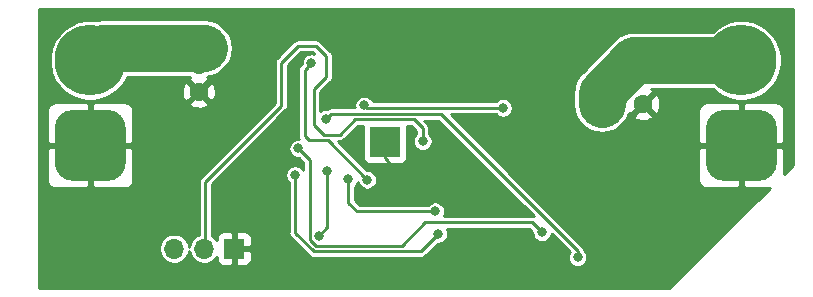
<source format=gbr>
%TF.GenerationSoftware,KiCad,Pcbnew,5.1.10*%
%TF.CreationDate,2021-11-10T11:04:15+01:00*%
%TF.ProjectId,PoE_Boost-Converter,506f455f-426f-46f7-9374-2d436f6e7665,rev?*%
%TF.SameCoordinates,Original*%
%TF.FileFunction,Copper,L2,Bot*%
%TF.FilePolarity,Positive*%
%FSLAX46Y46*%
G04 Gerber Fmt 4.6, Leading zero omitted, Abs format (unit mm)*
G04 Created by KiCad (PCBNEW 5.1.10) date 2021-11-10 11:04:15*
%MOMM*%
%LPD*%
G01*
G04 APERTURE LIST*
%TA.AperFunction,SMDPad,CuDef*%
%ADD10R,2.500000X2.500000*%
%TD*%
%TA.AperFunction,ComponentPad*%
%ADD11C,0.500000*%
%TD*%
%TA.AperFunction,ComponentPad*%
%ADD12C,6.000000*%
%TD*%
%TA.AperFunction,ComponentPad*%
%ADD13O,1.700000X1.700000*%
%TD*%
%TA.AperFunction,ComponentPad*%
%ADD14R,1.700000X1.700000*%
%TD*%
%TA.AperFunction,ComponentPad*%
%ADD15C,1.600000*%
%TD*%
%TA.AperFunction,ComponentPad*%
%ADD16R,1.600000X1.600000*%
%TD*%
%TA.AperFunction,ViaPad*%
%ADD17C,0.800000*%
%TD*%
%TA.AperFunction,Conductor*%
%ADD18C,0.250000*%
%TD*%
%TA.AperFunction,Conductor*%
%ADD19C,2.000000*%
%TD*%
%TA.AperFunction,Conductor*%
%ADD20C,4.000000*%
%TD*%
%TA.AperFunction,Conductor*%
%ADD21C,0.254000*%
%TD*%
%TA.AperFunction,Conductor*%
%ADD22C,0.100000*%
%TD*%
G04 APERTURE END LIST*
D10*
%TO.P,U1,25*%
%TO.N,GND*%
X126240000Y-59060000D03*
D11*
X127240000Y-58060000D03*
X127240000Y-59060000D03*
X127240000Y-60060000D03*
X126240000Y-58060000D03*
X126240000Y-59060000D03*
X126240000Y-60060000D03*
X125240000Y-58060000D03*
X125240000Y-59060000D03*
X125240000Y-60060000D03*
%TD*%
%TO.P,J3,1*%
%TO.N,GND*%
%TA.AperFunction,ComponentPad*%
G36*
G01*
X157900000Y-62340000D02*
X154900000Y-62340000D01*
G75*
G02*
X153400000Y-60840000I0J1500000D01*
G01*
X153400000Y-57840000D01*
G75*
G02*
X154900000Y-56340000I1500000J0D01*
G01*
X157900000Y-56340000D01*
G75*
G02*
X159400000Y-57840000I0J-1500000D01*
G01*
X159400000Y-60840000D01*
G75*
G02*
X157900000Y-62340000I-1500000J0D01*
G01*
G37*
%TD.AperFunction*%
D12*
%TO.P,J3,2*%
%TO.N,/VOUT24V*%
X156400000Y-52140000D03*
%TD*%
%TO.P,J2,1*%
%TO.N,GND*%
%TA.AperFunction,ComponentPad*%
G36*
G01*
X102770000Y-62340000D02*
X99770000Y-62340000D01*
G75*
G02*
X98270000Y-60840000I0J1500000D01*
G01*
X98270000Y-57840000D01*
G75*
G02*
X99770000Y-56340000I1500000J0D01*
G01*
X102770000Y-56340000D01*
G75*
G02*
X104270000Y-57840000I0J-1500000D01*
G01*
X104270000Y-60840000D01*
G75*
G02*
X102770000Y-62340000I-1500000J0D01*
G01*
G37*
%TD.AperFunction*%
%TO.P,J2,2*%
%TO.N,/VIN*%
X101270000Y-52140000D03*
%TD*%
D13*
%TO.P,J1,3*%
%TO.N,Net-(J1-Pad3)*%
X108370000Y-68080000D03*
%TO.P,J1,2*%
%TO.N,Net-(J1-Pad2)*%
X110910000Y-68080000D03*
D14*
%TO.P,J1,1*%
%TO.N,GND*%
X113450000Y-68080000D03*
%TD*%
D15*
%TO.P,C7,2*%
%TO.N,GND*%
X148080000Y-55840000D03*
D16*
%TO.P,C7,1*%
%TO.N,/VOUT24V*%
X144580000Y-55840000D03*
%TD*%
D15*
%TO.P,C1,2*%
%TO.N,GND*%
X110460000Y-54780000D03*
D16*
%TO.P,C1,1*%
%TO.N,/VIN*%
X110460000Y-52280000D03*
%TD*%
D17*
%TO.N,GND*%
X129300000Y-62500000D03*
X132600000Y-60000000D03*
%TO.N,/VIN*%
X124720000Y-62250000D03*
X120000000Y-52360000D03*
%TO.N,Net-(C5-Pad2)*%
X130730000Y-66830000D03*
X118610000Y-61840000D03*
%TO.N,Net-(C5-Pad1)*%
X136220000Y-56160000D03*
X124458291Y-55954979D03*
%TO.N,Net-(C6-Pad1)*%
X121330000Y-61540000D03*
X120597151Y-66991831D03*
%TO.N,Net-(J1-Pad2)*%
X129430000Y-58990000D03*
%TO.N,Net-(R3-Pad2)*%
X121220000Y-57080000D03*
X142530000Y-68810000D03*
%TO.N,Net-(U1-Pad21)*%
X130470000Y-64910000D03*
X123110000Y-62210000D03*
%TO.N,Net-(U1-Pad19)*%
X118880000Y-59600000D03*
X139510000Y-66700000D03*
%TD*%
D18*
%TO.N,GND*%
X126240000Y-59060000D02*
X126240000Y-60440000D01*
X128300000Y-62500000D02*
X129300000Y-62500000D01*
X126240000Y-60440000D02*
X128300000Y-62500000D01*
D19*
%TO.N,/VIN*%
X110320000Y-52140000D02*
X110460000Y-52280000D01*
X101270000Y-52140000D02*
X110320000Y-52140000D01*
D18*
X120000000Y-52360000D02*
X120000000Y-52340000D01*
X119753600Y-58890011D02*
X119429989Y-58566400D01*
X124720000Y-62250000D02*
X121360011Y-58890011D01*
X121360011Y-58890011D02*
X119753600Y-58890011D01*
X119429989Y-58566400D02*
X119429989Y-52930011D01*
X119429989Y-52930011D02*
X119600001Y-52759999D01*
X119600001Y-52759999D02*
X120000000Y-52360000D01*
D20*
X101270000Y-52140000D02*
X102310000Y-51100000D01*
X102310000Y-51100000D02*
X110900000Y-51100000D01*
D18*
%TO.N,Net-(C5-Pad2)*%
X118610000Y-61840000D02*
X118610000Y-66736411D01*
X130330001Y-67229999D02*
X130730000Y-66830000D01*
X118610000Y-66736411D02*
X120193600Y-68320011D01*
X120193600Y-68320011D02*
X129239989Y-68320011D01*
X129239989Y-68320011D02*
X130330001Y-67229999D01*
%TO.N,Net-(C5-Pad1)*%
X136220000Y-56160000D02*
X136220000Y-56160000D01*
X136220000Y-56160000D02*
X124663312Y-56160000D01*
X124663312Y-56160000D02*
X124458291Y-55954979D01*
%TO.N,Net-(C6-Pad1)*%
X121330000Y-66258982D02*
X120597151Y-66991831D01*
X121330000Y-61540000D02*
X121330000Y-66258982D01*
D20*
%TO.N,/VOUT24V*%
X147339998Y-52140000D02*
X156400000Y-52140000D01*
X144580000Y-54899998D02*
X147339998Y-52140000D01*
X144580000Y-55840000D02*
X144580000Y-54899998D01*
D18*
%TO.N,Net-(J1-Pad2)*%
X111000000Y-67990000D02*
X110910000Y-68080000D01*
X129430000Y-58990000D02*
X129430000Y-57880000D01*
X122400000Y-58440000D02*
X121030000Y-58440000D01*
X118880000Y-50890000D02*
X117430000Y-52340000D01*
X111000000Y-62400000D02*
X111000000Y-67990000D01*
X129430000Y-57880000D02*
X128680000Y-57130000D01*
X117430000Y-55970000D02*
X111000000Y-62400000D01*
X128680000Y-57130000D02*
X123710000Y-57130000D01*
X120200000Y-54590000D02*
X121240000Y-53550000D01*
X117430000Y-52340000D02*
X117430000Y-55970000D01*
X123710000Y-57130000D02*
X122400000Y-58440000D01*
X120200000Y-57610000D02*
X120200000Y-54590000D01*
X121240000Y-51780000D02*
X120350000Y-50890000D01*
X121030000Y-58440000D02*
X120200000Y-57610000D01*
X121240000Y-53550000D02*
X121240000Y-51780000D01*
X120350000Y-50890000D02*
X118880000Y-50890000D01*
%TO.N,Net-(R3-Pad2)*%
X142530000Y-68810000D02*
X142530000Y-68810000D01*
X142530000Y-68244315D02*
X142530000Y-68810000D01*
X130965674Y-56679989D02*
X142530000Y-68244315D01*
X121220000Y-57080000D02*
X121620011Y-56679989D01*
X121620011Y-56679989D02*
X130965674Y-56679989D01*
%TO.N,Net-(U1-Pad21)*%
X123110000Y-62210000D02*
X123110000Y-64180000D01*
X123840000Y-64910000D02*
X130470000Y-64910000D01*
X123110000Y-64180000D02*
X123840000Y-64910000D01*
%TO.N,Net-(U1-Pad19)*%
X118880000Y-59600000D02*
X119850000Y-60570000D01*
X119850000Y-60570000D02*
X119850000Y-67340000D01*
X119850000Y-67340000D02*
X120380000Y-67870000D01*
X120380000Y-67870000D02*
X127640000Y-67870000D01*
X127640000Y-67870000D02*
X129650000Y-65860000D01*
X129650000Y-65860000D02*
X138670000Y-65860000D01*
X138670000Y-65860000D02*
X139510000Y-66700000D01*
X139510000Y-66700000D02*
X139510000Y-66700000D01*
%TD*%
D21*
%TO.N,GND*%
X160748001Y-61012774D02*
X160037374Y-61723401D01*
X160035000Y-59625750D01*
X159876250Y-59467000D01*
X156527000Y-59467000D01*
X156527000Y-62816250D01*
X156685750Y-62975000D01*
X158783401Y-62977374D01*
X150312777Y-71448000D01*
X96952000Y-71448000D01*
X96952000Y-67954226D01*
X107093000Y-67954226D01*
X107093000Y-68205774D01*
X107142074Y-68452487D01*
X107238337Y-68684886D01*
X107378089Y-68894040D01*
X107555960Y-69071911D01*
X107765114Y-69211663D01*
X107997513Y-69307926D01*
X108244226Y-69357000D01*
X108495774Y-69357000D01*
X108742487Y-69307926D01*
X108974886Y-69211663D01*
X109184040Y-69071911D01*
X109361911Y-68894040D01*
X109501663Y-68684886D01*
X109597926Y-68452487D01*
X109640000Y-68240966D01*
X109682074Y-68452487D01*
X109778337Y-68684886D01*
X109918089Y-68894040D01*
X110095960Y-69071911D01*
X110305114Y-69211663D01*
X110537513Y-69307926D01*
X110784226Y-69357000D01*
X111035774Y-69357000D01*
X111282487Y-69307926D01*
X111514886Y-69211663D01*
X111724040Y-69071911D01*
X111901911Y-68894040D01*
X111962618Y-68803185D01*
X111961928Y-68930000D01*
X111974188Y-69054482D01*
X112010498Y-69174180D01*
X112069463Y-69284494D01*
X112148815Y-69381185D01*
X112245506Y-69460537D01*
X112355820Y-69519502D01*
X112475518Y-69555812D01*
X112600000Y-69568072D01*
X113164250Y-69565000D01*
X113323000Y-69406250D01*
X113323000Y-68207000D01*
X113577000Y-68207000D01*
X113577000Y-69406250D01*
X113735750Y-69565000D01*
X114300000Y-69568072D01*
X114424482Y-69555812D01*
X114544180Y-69519502D01*
X114654494Y-69460537D01*
X114751185Y-69381185D01*
X114830537Y-69284494D01*
X114889502Y-69174180D01*
X114925812Y-69054482D01*
X114938072Y-68930000D01*
X114935000Y-68365750D01*
X114776250Y-68207000D01*
X113577000Y-68207000D01*
X113323000Y-68207000D01*
X113303000Y-68207000D01*
X113303000Y-67953000D01*
X113323000Y-67953000D01*
X113323000Y-66753750D01*
X113577000Y-66753750D01*
X113577000Y-67953000D01*
X114776250Y-67953000D01*
X114935000Y-67794250D01*
X114938072Y-67230000D01*
X114925812Y-67105518D01*
X114889502Y-66985820D01*
X114830537Y-66875506D01*
X114751185Y-66778815D01*
X114654494Y-66699463D01*
X114544180Y-66640498D01*
X114424482Y-66604188D01*
X114300000Y-66591928D01*
X113735750Y-66595000D01*
X113577000Y-66753750D01*
X113323000Y-66753750D01*
X113164250Y-66595000D01*
X112600000Y-66591928D01*
X112475518Y-66604188D01*
X112355820Y-66640498D01*
X112245506Y-66699463D01*
X112148815Y-66778815D01*
X112069463Y-66875506D01*
X112010498Y-66985820D01*
X111974188Y-67105518D01*
X111961928Y-67230000D01*
X111962618Y-67356815D01*
X111901911Y-67265960D01*
X111724040Y-67088089D01*
X111552000Y-66973136D01*
X111552000Y-62628644D01*
X117801154Y-56379492D01*
X117822211Y-56362211D01*
X117891191Y-56278158D01*
X117942448Y-56182263D01*
X117974012Y-56078211D01*
X117982000Y-55997109D01*
X117982000Y-55997099D01*
X117984669Y-55970001D01*
X117982000Y-55942903D01*
X117982000Y-52568644D01*
X119108646Y-51442000D01*
X120121356Y-51442000D01*
X120246195Y-51566840D01*
X120241227Y-51564782D01*
X120081452Y-51533000D01*
X119918548Y-51533000D01*
X119758773Y-51564782D01*
X119608269Y-51627123D01*
X119472819Y-51717628D01*
X119357628Y-51832819D01*
X119267123Y-51968269D01*
X119204782Y-52118773D01*
X119173000Y-52278548D01*
X119173000Y-52406355D01*
X119058840Y-52520516D01*
X119037779Y-52537800D01*
X118985726Y-52601227D01*
X118968798Y-52621854D01*
X118917541Y-52717749D01*
X118885978Y-52821801D01*
X118875319Y-52930011D01*
X118877990Y-52957127D01*
X118877989Y-58539294D01*
X118875319Y-58566400D01*
X118877989Y-58593506D01*
X118877989Y-58593508D01*
X118885977Y-58674610D01*
X118915823Y-58773000D01*
X118798548Y-58773000D01*
X118638773Y-58804782D01*
X118488269Y-58867123D01*
X118352819Y-58957628D01*
X118237628Y-59072819D01*
X118147123Y-59208269D01*
X118084782Y-59358773D01*
X118053000Y-59518548D01*
X118053000Y-59681452D01*
X118084782Y-59841227D01*
X118147123Y-59991731D01*
X118237628Y-60127181D01*
X118352819Y-60242372D01*
X118488269Y-60332877D01*
X118638773Y-60395218D01*
X118798548Y-60427000D01*
X118926355Y-60427000D01*
X119298000Y-60798646D01*
X119298000Y-61381106D01*
X119252372Y-61312819D01*
X119137181Y-61197628D01*
X119001731Y-61107123D01*
X118851227Y-61044782D01*
X118691452Y-61013000D01*
X118528548Y-61013000D01*
X118368773Y-61044782D01*
X118218269Y-61107123D01*
X118082819Y-61197628D01*
X117967628Y-61312819D01*
X117877123Y-61448269D01*
X117814782Y-61598773D01*
X117783000Y-61758548D01*
X117783000Y-61921452D01*
X117814782Y-62081227D01*
X117877123Y-62231731D01*
X117967628Y-62367181D01*
X118058000Y-62457553D01*
X118058001Y-66709295D01*
X118055330Y-66736411D01*
X118065989Y-66844621D01*
X118097552Y-66948673D01*
X118147577Y-67042263D01*
X118148810Y-67044569D01*
X118217790Y-67128622D01*
X118238852Y-67145907D01*
X119784108Y-68691165D01*
X119801389Y-68712222D01*
X119822445Y-68729502D01*
X119822446Y-68729503D01*
X119885442Y-68781202D01*
X119981337Y-68832459D01*
X120085389Y-68864023D01*
X120193600Y-68874681D01*
X120220708Y-68872011D01*
X129212883Y-68872011D01*
X129239989Y-68874681D01*
X129267095Y-68872011D01*
X129267098Y-68872011D01*
X129348200Y-68864023D01*
X129452252Y-68832459D01*
X129548147Y-68781202D01*
X129632200Y-68712222D01*
X129649489Y-68691155D01*
X130683646Y-67657000D01*
X130811452Y-67657000D01*
X130971227Y-67625218D01*
X131121731Y-67562877D01*
X131257181Y-67472372D01*
X131372372Y-67357181D01*
X131462877Y-67221731D01*
X131525218Y-67071227D01*
X131557000Y-66911452D01*
X131557000Y-66748548D01*
X131525218Y-66588773D01*
X131462877Y-66438269D01*
X131445325Y-66412000D01*
X138441356Y-66412000D01*
X138683000Y-66653645D01*
X138683000Y-66781452D01*
X138714782Y-66941227D01*
X138777123Y-67091731D01*
X138867628Y-67227181D01*
X138982819Y-67342372D01*
X139118269Y-67432877D01*
X139268773Y-67495218D01*
X139428548Y-67527000D01*
X139591452Y-67527000D01*
X139751227Y-67495218D01*
X139901731Y-67432877D01*
X140037181Y-67342372D01*
X140152372Y-67227181D01*
X140242877Y-67091731D01*
X140305218Y-66941227D01*
X140328620Y-66823581D01*
X141847666Y-68342627D01*
X141797123Y-68418269D01*
X141734782Y-68568773D01*
X141703000Y-68728548D01*
X141703000Y-68891452D01*
X141734782Y-69051227D01*
X141797123Y-69201731D01*
X141887628Y-69337181D01*
X142002819Y-69452372D01*
X142138269Y-69542877D01*
X142288773Y-69605218D01*
X142448548Y-69637000D01*
X142611452Y-69637000D01*
X142771227Y-69605218D01*
X142921731Y-69542877D01*
X143057181Y-69452372D01*
X143172372Y-69337181D01*
X143262877Y-69201731D01*
X143325218Y-69051227D01*
X143357000Y-68891452D01*
X143357000Y-68728548D01*
X143325218Y-68568773D01*
X143262877Y-68418269D01*
X143172372Y-68282819D01*
X143079295Y-68189742D01*
X143074012Y-68136104D01*
X143042448Y-68032052D01*
X142991191Y-67936157D01*
X142939492Y-67873161D01*
X142939491Y-67873160D01*
X142922211Y-67852104D01*
X142901154Y-67834824D01*
X137406330Y-62340000D01*
X152761928Y-62340000D01*
X152774188Y-62464482D01*
X152810498Y-62584180D01*
X152869463Y-62694494D01*
X152948815Y-62791185D01*
X153045506Y-62870537D01*
X153155820Y-62929502D01*
X153275518Y-62965812D01*
X153400000Y-62978072D01*
X156114250Y-62975000D01*
X156273000Y-62816250D01*
X156273000Y-59467000D01*
X152923750Y-59467000D01*
X152765000Y-59625750D01*
X152761928Y-62340000D01*
X137406330Y-62340000D01*
X131778329Y-56712000D01*
X135602447Y-56712000D01*
X135692819Y-56802372D01*
X135828269Y-56892877D01*
X135978773Y-56955218D01*
X136138548Y-56987000D01*
X136301452Y-56987000D01*
X136461227Y-56955218D01*
X136611731Y-56892877D01*
X136747181Y-56802372D01*
X136862372Y-56687181D01*
X136952877Y-56551731D01*
X137015218Y-56401227D01*
X137047000Y-56241452D01*
X137047000Y-56078548D01*
X137015218Y-55918773D01*
X136952877Y-55768269D01*
X136862372Y-55632819D01*
X136747181Y-55517628D01*
X136611731Y-55427123D01*
X136461227Y-55364782D01*
X136301452Y-55333000D01*
X136138548Y-55333000D01*
X135978773Y-55364782D01*
X135828269Y-55427123D01*
X135692819Y-55517628D01*
X135602447Y-55608000D01*
X125209705Y-55608000D01*
X125191168Y-55563248D01*
X125100663Y-55427798D01*
X124985472Y-55312607D01*
X124850022Y-55222102D01*
X124699518Y-55159761D01*
X124539743Y-55127979D01*
X124376839Y-55127979D01*
X124217064Y-55159761D01*
X124066560Y-55222102D01*
X123931110Y-55312607D01*
X123815919Y-55427798D01*
X123725414Y-55563248D01*
X123663073Y-55713752D01*
X123631291Y-55873527D01*
X123631291Y-56036431D01*
X123649503Y-56127989D01*
X121647117Y-56127989D01*
X121620011Y-56125319D01*
X121592905Y-56127989D01*
X121592902Y-56127989D01*
X121511800Y-56135977D01*
X121407748Y-56167541D01*
X121311853Y-56218798D01*
X121270177Y-56253000D01*
X121138548Y-56253000D01*
X120978773Y-56284782D01*
X120828269Y-56347123D01*
X120752000Y-56398084D01*
X120752000Y-54899998D01*
X142141257Y-54899998D01*
X142153000Y-55019226D01*
X142153000Y-55959227D01*
X142188117Y-56315774D01*
X142326895Y-56773266D01*
X142552259Y-57194892D01*
X142855548Y-57564452D01*
X143225107Y-57867741D01*
X143646733Y-58093105D01*
X144104225Y-58231883D01*
X144580000Y-58278743D01*
X145055774Y-58231883D01*
X145513266Y-58093105D01*
X145934892Y-57867741D01*
X146304452Y-57564452D01*
X146607741Y-57194893D01*
X146801336Y-56832702D01*
X147266903Y-56832702D01*
X147338486Y-57076671D01*
X147593996Y-57197571D01*
X147868184Y-57266300D01*
X148150512Y-57280217D01*
X148430130Y-57238787D01*
X148696292Y-57143603D01*
X148821514Y-57076671D01*
X148893097Y-56832702D01*
X148080000Y-56019605D01*
X147266903Y-56832702D01*
X146801336Y-56832702D01*
X146833105Y-56773267D01*
X146887354Y-56594431D01*
X147087298Y-56653097D01*
X147900395Y-55840000D01*
X148259605Y-55840000D01*
X149072702Y-56653097D01*
X149316671Y-56581514D01*
X149430948Y-56340000D01*
X152761928Y-56340000D01*
X152765000Y-59054250D01*
X152923750Y-59213000D01*
X156273000Y-59213000D01*
X156273000Y-55863750D01*
X156527000Y-55863750D01*
X156527000Y-59213000D01*
X159876250Y-59213000D01*
X160035000Y-59054250D01*
X160038072Y-56340000D01*
X160025812Y-56215518D01*
X159989502Y-56095820D01*
X159930537Y-55985506D01*
X159851185Y-55888815D01*
X159754494Y-55809463D01*
X159644180Y-55750498D01*
X159524482Y-55714188D01*
X159400000Y-55701928D01*
X156685750Y-55705000D01*
X156527000Y-55863750D01*
X156273000Y-55863750D01*
X156114250Y-55705000D01*
X153400000Y-55701928D01*
X153275518Y-55714188D01*
X153155820Y-55750498D01*
X153045506Y-55809463D01*
X152948815Y-55888815D01*
X152869463Y-55985506D01*
X152810498Y-56095820D01*
X152774188Y-56215518D01*
X152761928Y-56340000D01*
X149430948Y-56340000D01*
X149437571Y-56326004D01*
X149506300Y-56051816D01*
X149520217Y-55769488D01*
X149478787Y-55489870D01*
X149383603Y-55223708D01*
X149316671Y-55098486D01*
X149072702Y-55026903D01*
X148259605Y-55840000D01*
X147900395Y-55840000D01*
X147886253Y-55825858D01*
X148065858Y-55646253D01*
X148080000Y-55660395D01*
X148893097Y-54847298D01*
X148821514Y-54603329D01*
X148744736Y-54567000D01*
X153980490Y-54567000D01*
X154215415Y-54801925D01*
X154776707Y-55176968D01*
X155400381Y-55435303D01*
X156062470Y-55567000D01*
X156737530Y-55567000D01*
X157399619Y-55435303D01*
X158023293Y-55176968D01*
X158584585Y-54801925D01*
X159061925Y-54324585D01*
X159436968Y-53763293D01*
X159695303Y-53139619D01*
X159827000Y-52477530D01*
X159827000Y-51802470D01*
X159695303Y-51140381D01*
X159436968Y-50516707D01*
X159061925Y-49955415D01*
X158584585Y-49478075D01*
X158023293Y-49103032D01*
X157399619Y-48844697D01*
X156737530Y-48713000D01*
X156062470Y-48713000D01*
X155400381Y-48844697D01*
X154776707Y-49103032D01*
X154215415Y-49478075D01*
X153980490Y-49713000D01*
X147459226Y-49713000D01*
X147339998Y-49701257D01*
X146864222Y-49748117D01*
X146406731Y-49886895D01*
X145985105Y-50112259D01*
X145615546Y-50415548D01*
X145539538Y-50508164D01*
X142948159Y-53099543D01*
X142855549Y-53175546D01*
X142779546Y-53268156D01*
X142779545Y-53268157D01*
X142750121Y-53304010D01*
X142552260Y-53545105D01*
X142326895Y-53966731D01*
X142195531Y-54399783D01*
X142188117Y-54424223D01*
X142141257Y-54899998D01*
X120752000Y-54899998D01*
X120752000Y-54818644D01*
X121611154Y-53959492D01*
X121632211Y-53942211D01*
X121701191Y-53858158D01*
X121752448Y-53762263D01*
X121784012Y-53658211D01*
X121792000Y-53577109D01*
X121792000Y-53577107D01*
X121794670Y-53550001D01*
X121792000Y-53522895D01*
X121792000Y-51807105D01*
X121794670Y-51779999D01*
X121789870Y-51731269D01*
X121784012Y-51671789D01*
X121752448Y-51567737D01*
X121701191Y-51471842D01*
X121632211Y-51387789D01*
X121611154Y-51370508D01*
X120759500Y-50518856D01*
X120742211Y-50497789D01*
X120658158Y-50428809D01*
X120562263Y-50377552D01*
X120458211Y-50345988D01*
X120377109Y-50338000D01*
X120377106Y-50338000D01*
X120350000Y-50335330D01*
X120322894Y-50338000D01*
X118907108Y-50338000D01*
X118880000Y-50335330D01*
X118852891Y-50338000D01*
X118771789Y-50345988D01*
X118667737Y-50377552D01*
X118571842Y-50428809D01*
X118487789Y-50497789D01*
X118470508Y-50518846D01*
X117058856Y-51930500D01*
X117037789Y-51947789D01*
X116968809Y-52031842D01*
X116917552Y-52127738D01*
X116885988Y-52231790D01*
X116878000Y-52312891D01*
X116875330Y-52340000D01*
X116878000Y-52367106D01*
X116878001Y-55741353D01*
X110628857Y-61990499D01*
X110607789Y-62007789D01*
X110538809Y-62091842D01*
X110487552Y-62187738D01*
X110455988Y-62291790D01*
X110448000Y-62372891D01*
X110445330Y-62400000D01*
X110448000Y-62427106D01*
X110448001Y-66889151D01*
X110305114Y-66948337D01*
X110095960Y-67088089D01*
X109918089Y-67265960D01*
X109778337Y-67475114D01*
X109682074Y-67707513D01*
X109640000Y-67919034D01*
X109597926Y-67707513D01*
X109501663Y-67475114D01*
X109361911Y-67265960D01*
X109184040Y-67088089D01*
X108974886Y-66948337D01*
X108742487Y-66852074D01*
X108495774Y-66803000D01*
X108244226Y-66803000D01*
X107997513Y-66852074D01*
X107765114Y-66948337D01*
X107555960Y-67088089D01*
X107378089Y-67265960D01*
X107238337Y-67475114D01*
X107142074Y-67707513D01*
X107093000Y-67954226D01*
X96952000Y-67954226D01*
X96952000Y-62340000D01*
X97631928Y-62340000D01*
X97644188Y-62464482D01*
X97680498Y-62584180D01*
X97739463Y-62694494D01*
X97818815Y-62791185D01*
X97915506Y-62870537D01*
X98025820Y-62929502D01*
X98145518Y-62965812D01*
X98270000Y-62978072D01*
X100984250Y-62975000D01*
X101143000Y-62816250D01*
X101143000Y-59467000D01*
X101397000Y-59467000D01*
X101397000Y-62816250D01*
X101555750Y-62975000D01*
X104270000Y-62978072D01*
X104394482Y-62965812D01*
X104514180Y-62929502D01*
X104624494Y-62870537D01*
X104721185Y-62791185D01*
X104800537Y-62694494D01*
X104859502Y-62584180D01*
X104895812Y-62464482D01*
X104908072Y-62340000D01*
X104905000Y-59625750D01*
X104746250Y-59467000D01*
X101397000Y-59467000D01*
X101143000Y-59467000D01*
X97793750Y-59467000D01*
X97635000Y-59625750D01*
X97631928Y-62340000D01*
X96952000Y-62340000D01*
X96952000Y-56340000D01*
X97631928Y-56340000D01*
X97635000Y-59054250D01*
X97793750Y-59213000D01*
X101143000Y-59213000D01*
X101143000Y-55863750D01*
X101397000Y-55863750D01*
X101397000Y-59213000D01*
X104746250Y-59213000D01*
X104905000Y-59054250D01*
X104908072Y-56340000D01*
X104895812Y-56215518D01*
X104859502Y-56095820D01*
X104800537Y-55985506D01*
X104721185Y-55888815D01*
X104624494Y-55809463D01*
X104555721Y-55772702D01*
X109646903Y-55772702D01*
X109718486Y-56016671D01*
X109973996Y-56137571D01*
X110248184Y-56206300D01*
X110530512Y-56220217D01*
X110810130Y-56178787D01*
X111076292Y-56083603D01*
X111201514Y-56016671D01*
X111273097Y-55772702D01*
X110460000Y-54959605D01*
X109646903Y-55772702D01*
X104555721Y-55772702D01*
X104514180Y-55750498D01*
X104394482Y-55714188D01*
X104270000Y-55701928D01*
X101555750Y-55705000D01*
X101397000Y-55863750D01*
X101143000Y-55863750D01*
X100984250Y-55705000D01*
X98270000Y-55701928D01*
X98145518Y-55714188D01*
X98025820Y-55750498D01*
X97915506Y-55809463D01*
X97818815Y-55888815D01*
X97739463Y-55985506D01*
X97680498Y-56095820D01*
X97644188Y-56215518D01*
X97631928Y-56340000D01*
X96952000Y-56340000D01*
X96952000Y-51802470D01*
X97843000Y-51802470D01*
X97843000Y-52477530D01*
X97974697Y-53139619D01*
X98233032Y-53763293D01*
X98608075Y-54324585D01*
X99085415Y-54801925D01*
X99646707Y-55176968D01*
X100270381Y-55435303D01*
X100932470Y-55567000D01*
X101607530Y-55567000D01*
X102269619Y-55435303D01*
X102893293Y-55176968D01*
X103381869Y-54850512D01*
X109019783Y-54850512D01*
X109061213Y-55130130D01*
X109156397Y-55396292D01*
X109223329Y-55521514D01*
X109467298Y-55593097D01*
X110280395Y-54780000D01*
X110639605Y-54780000D01*
X111452702Y-55593097D01*
X111696671Y-55521514D01*
X111817571Y-55266004D01*
X111886300Y-54991816D01*
X111900217Y-54709488D01*
X111858787Y-54429870D01*
X111763603Y-54163708D01*
X111696671Y-54038486D01*
X111452702Y-53966903D01*
X110639605Y-54780000D01*
X110280395Y-54780000D01*
X109467298Y-53966903D01*
X109223329Y-54038486D01*
X109102429Y-54293996D01*
X109033700Y-54568184D01*
X109019783Y-54850512D01*
X103381869Y-54850512D01*
X103454585Y-54801925D01*
X103931925Y-54324585D01*
X104306968Y-53763293D01*
X104388275Y-53567000D01*
X109711541Y-53567000D01*
X109646903Y-53787298D01*
X110460000Y-54600395D01*
X111273097Y-53787298D01*
X111201514Y-53543329D01*
X111160212Y-53523786D01*
X111184687Y-53510704D01*
X111201314Y-53509066D01*
X111260000Y-53509066D01*
X111343707Y-53500822D01*
X111371923Y-53492262D01*
X111375775Y-53491883D01*
X111833267Y-53353105D01*
X112254893Y-53127741D01*
X112624452Y-52824452D01*
X112927741Y-52454893D01*
X113153105Y-52033267D01*
X113291883Y-51575775D01*
X113338743Y-51100000D01*
X113291883Y-50624225D01*
X113153105Y-50166733D01*
X112927741Y-49745107D01*
X112624452Y-49375548D01*
X112254893Y-49072259D01*
X111833267Y-48846895D01*
X111375775Y-48708117D01*
X111019228Y-48673000D01*
X102429227Y-48673000D01*
X102309999Y-48661257D01*
X101834224Y-48708117D01*
X101734723Y-48738300D01*
X101607530Y-48713000D01*
X100932470Y-48713000D01*
X100270381Y-48844697D01*
X99646707Y-49103032D01*
X99085415Y-49478075D01*
X98608075Y-49955415D01*
X98233032Y-50516707D01*
X97974697Y-51140381D01*
X97843000Y-51802470D01*
X96952000Y-51802470D01*
X96952000Y-47752000D01*
X160748000Y-47752000D01*
X160748001Y-61012774D01*
%TA.AperFunction,Conductor*%
D22*
G36*
X160748001Y-61012774D02*
G01*
X160037374Y-61723401D01*
X160035000Y-59625750D01*
X159876250Y-59467000D01*
X156527000Y-59467000D01*
X156527000Y-62816250D01*
X156685750Y-62975000D01*
X158783401Y-62977374D01*
X150312777Y-71448000D01*
X96952000Y-71448000D01*
X96952000Y-67954226D01*
X107093000Y-67954226D01*
X107093000Y-68205774D01*
X107142074Y-68452487D01*
X107238337Y-68684886D01*
X107378089Y-68894040D01*
X107555960Y-69071911D01*
X107765114Y-69211663D01*
X107997513Y-69307926D01*
X108244226Y-69357000D01*
X108495774Y-69357000D01*
X108742487Y-69307926D01*
X108974886Y-69211663D01*
X109184040Y-69071911D01*
X109361911Y-68894040D01*
X109501663Y-68684886D01*
X109597926Y-68452487D01*
X109640000Y-68240966D01*
X109682074Y-68452487D01*
X109778337Y-68684886D01*
X109918089Y-68894040D01*
X110095960Y-69071911D01*
X110305114Y-69211663D01*
X110537513Y-69307926D01*
X110784226Y-69357000D01*
X111035774Y-69357000D01*
X111282487Y-69307926D01*
X111514886Y-69211663D01*
X111724040Y-69071911D01*
X111901911Y-68894040D01*
X111962618Y-68803185D01*
X111961928Y-68930000D01*
X111974188Y-69054482D01*
X112010498Y-69174180D01*
X112069463Y-69284494D01*
X112148815Y-69381185D01*
X112245506Y-69460537D01*
X112355820Y-69519502D01*
X112475518Y-69555812D01*
X112600000Y-69568072D01*
X113164250Y-69565000D01*
X113323000Y-69406250D01*
X113323000Y-68207000D01*
X113577000Y-68207000D01*
X113577000Y-69406250D01*
X113735750Y-69565000D01*
X114300000Y-69568072D01*
X114424482Y-69555812D01*
X114544180Y-69519502D01*
X114654494Y-69460537D01*
X114751185Y-69381185D01*
X114830537Y-69284494D01*
X114889502Y-69174180D01*
X114925812Y-69054482D01*
X114938072Y-68930000D01*
X114935000Y-68365750D01*
X114776250Y-68207000D01*
X113577000Y-68207000D01*
X113323000Y-68207000D01*
X113303000Y-68207000D01*
X113303000Y-67953000D01*
X113323000Y-67953000D01*
X113323000Y-66753750D01*
X113577000Y-66753750D01*
X113577000Y-67953000D01*
X114776250Y-67953000D01*
X114935000Y-67794250D01*
X114938072Y-67230000D01*
X114925812Y-67105518D01*
X114889502Y-66985820D01*
X114830537Y-66875506D01*
X114751185Y-66778815D01*
X114654494Y-66699463D01*
X114544180Y-66640498D01*
X114424482Y-66604188D01*
X114300000Y-66591928D01*
X113735750Y-66595000D01*
X113577000Y-66753750D01*
X113323000Y-66753750D01*
X113164250Y-66595000D01*
X112600000Y-66591928D01*
X112475518Y-66604188D01*
X112355820Y-66640498D01*
X112245506Y-66699463D01*
X112148815Y-66778815D01*
X112069463Y-66875506D01*
X112010498Y-66985820D01*
X111974188Y-67105518D01*
X111961928Y-67230000D01*
X111962618Y-67356815D01*
X111901911Y-67265960D01*
X111724040Y-67088089D01*
X111552000Y-66973136D01*
X111552000Y-62628644D01*
X117801154Y-56379492D01*
X117822211Y-56362211D01*
X117891191Y-56278158D01*
X117942448Y-56182263D01*
X117974012Y-56078211D01*
X117982000Y-55997109D01*
X117982000Y-55997099D01*
X117984669Y-55970001D01*
X117982000Y-55942903D01*
X117982000Y-52568644D01*
X119108646Y-51442000D01*
X120121356Y-51442000D01*
X120246195Y-51566840D01*
X120241227Y-51564782D01*
X120081452Y-51533000D01*
X119918548Y-51533000D01*
X119758773Y-51564782D01*
X119608269Y-51627123D01*
X119472819Y-51717628D01*
X119357628Y-51832819D01*
X119267123Y-51968269D01*
X119204782Y-52118773D01*
X119173000Y-52278548D01*
X119173000Y-52406355D01*
X119058840Y-52520516D01*
X119037779Y-52537800D01*
X118985726Y-52601227D01*
X118968798Y-52621854D01*
X118917541Y-52717749D01*
X118885978Y-52821801D01*
X118875319Y-52930011D01*
X118877990Y-52957127D01*
X118877989Y-58539294D01*
X118875319Y-58566400D01*
X118877989Y-58593506D01*
X118877989Y-58593508D01*
X118885977Y-58674610D01*
X118915823Y-58773000D01*
X118798548Y-58773000D01*
X118638773Y-58804782D01*
X118488269Y-58867123D01*
X118352819Y-58957628D01*
X118237628Y-59072819D01*
X118147123Y-59208269D01*
X118084782Y-59358773D01*
X118053000Y-59518548D01*
X118053000Y-59681452D01*
X118084782Y-59841227D01*
X118147123Y-59991731D01*
X118237628Y-60127181D01*
X118352819Y-60242372D01*
X118488269Y-60332877D01*
X118638773Y-60395218D01*
X118798548Y-60427000D01*
X118926355Y-60427000D01*
X119298000Y-60798646D01*
X119298000Y-61381106D01*
X119252372Y-61312819D01*
X119137181Y-61197628D01*
X119001731Y-61107123D01*
X118851227Y-61044782D01*
X118691452Y-61013000D01*
X118528548Y-61013000D01*
X118368773Y-61044782D01*
X118218269Y-61107123D01*
X118082819Y-61197628D01*
X117967628Y-61312819D01*
X117877123Y-61448269D01*
X117814782Y-61598773D01*
X117783000Y-61758548D01*
X117783000Y-61921452D01*
X117814782Y-62081227D01*
X117877123Y-62231731D01*
X117967628Y-62367181D01*
X118058000Y-62457553D01*
X118058001Y-66709295D01*
X118055330Y-66736411D01*
X118065989Y-66844621D01*
X118097552Y-66948673D01*
X118147577Y-67042263D01*
X118148810Y-67044569D01*
X118217790Y-67128622D01*
X118238852Y-67145907D01*
X119784108Y-68691165D01*
X119801389Y-68712222D01*
X119822445Y-68729502D01*
X119822446Y-68729503D01*
X119885442Y-68781202D01*
X119981337Y-68832459D01*
X120085389Y-68864023D01*
X120193600Y-68874681D01*
X120220708Y-68872011D01*
X129212883Y-68872011D01*
X129239989Y-68874681D01*
X129267095Y-68872011D01*
X129267098Y-68872011D01*
X129348200Y-68864023D01*
X129452252Y-68832459D01*
X129548147Y-68781202D01*
X129632200Y-68712222D01*
X129649489Y-68691155D01*
X130683646Y-67657000D01*
X130811452Y-67657000D01*
X130971227Y-67625218D01*
X131121731Y-67562877D01*
X131257181Y-67472372D01*
X131372372Y-67357181D01*
X131462877Y-67221731D01*
X131525218Y-67071227D01*
X131557000Y-66911452D01*
X131557000Y-66748548D01*
X131525218Y-66588773D01*
X131462877Y-66438269D01*
X131445325Y-66412000D01*
X138441356Y-66412000D01*
X138683000Y-66653645D01*
X138683000Y-66781452D01*
X138714782Y-66941227D01*
X138777123Y-67091731D01*
X138867628Y-67227181D01*
X138982819Y-67342372D01*
X139118269Y-67432877D01*
X139268773Y-67495218D01*
X139428548Y-67527000D01*
X139591452Y-67527000D01*
X139751227Y-67495218D01*
X139901731Y-67432877D01*
X140037181Y-67342372D01*
X140152372Y-67227181D01*
X140242877Y-67091731D01*
X140305218Y-66941227D01*
X140328620Y-66823581D01*
X141847666Y-68342627D01*
X141797123Y-68418269D01*
X141734782Y-68568773D01*
X141703000Y-68728548D01*
X141703000Y-68891452D01*
X141734782Y-69051227D01*
X141797123Y-69201731D01*
X141887628Y-69337181D01*
X142002819Y-69452372D01*
X142138269Y-69542877D01*
X142288773Y-69605218D01*
X142448548Y-69637000D01*
X142611452Y-69637000D01*
X142771227Y-69605218D01*
X142921731Y-69542877D01*
X143057181Y-69452372D01*
X143172372Y-69337181D01*
X143262877Y-69201731D01*
X143325218Y-69051227D01*
X143357000Y-68891452D01*
X143357000Y-68728548D01*
X143325218Y-68568773D01*
X143262877Y-68418269D01*
X143172372Y-68282819D01*
X143079295Y-68189742D01*
X143074012Y-68136104D01*
X143042448Y-68032052D01*
X142991191Y-67936157D01*
X142939492Y-67873161D01*
X142939491Y-67873160D01*
X142922211Y-67852104D01*
X142901154Y-67834824D01*
X137406330Y-62340000D01*
X152761928Y-62340000D01*
X152774188Y-62464482D01*
X152810498Y-62584180D01*
X152869463Y-62694494D01*
X152948815Y-62791185D01*
X153045506Y-62870537D01*
X153155820Y-62929502D01*
X153275518Y-62965812D01*
X153400000Y-62978072D01*
X156114250Y-62975000D01*
X156273000Y-62816250D01*
X156273000Y-59467000D01*
X152923750Y-59467000D01*
X152765000Y-59625750D01*
X152761928Y-62340000D01*
X137406330Y-62340000D01*
X131778329Y-56712000D01*
X135602447Y-56712000D01*
X135692819Y-56802372D01*
X135828269Y-56892877D01*
X135978773Y-56955218D01*
X136138548Y-56987000D01*
X136301452Y-56987000D01*
X136461227Y-56955218D01*
X136611731Y-56892877D01*
X136747181Y-56802372D01*
X136862372Y-56687181D01*
X136952877Y-56551731D01*
X137015218Y-56401227D01*
X137047000Y-56241452D01*
X137047000Y-56078548D01*
X137015218Y-55918773D01*
X136952877Y-55768269D01*
X136862372Y-55632819D01*
X136747181Y-55517628D01*
X136611731Y-55427123D01*
X136461227Y-55364782D01*
X136301452Y-55333000D01*
X136138548Y-55333000D01*
X135978773Y-55364782D01*
X135828269Y-55427123D01*
X135692819Y-55517628D01*
X135602447Y-55608000D01*
X125209705Y-55608000D01*
X125191168Y-55563248D01*
X125100663Y-55427798D01*
X124985472Y-55312607D01*
X124850022Y-55222102D01*
X124699518Y-55159761D01*
X124539743Y-55127979D01*
X124376839Y-55127979D01*
X124217064Y-55159761D01*
X124066560Y-55222102D01*
X123931110Y-55312607D01*
X123815919Y-55427798D01*
X123725414Y-55563248D01*
X123663073Y-55713752D01*
X123631291Y-55873527D01*
X123631291Y-56036431D01*
X123649503Y-56127989D01*
X121647117Y-56127989D01*
X121620011Y-56125319D01*
X121592905Y-56127989D01*
X121592902Y-56127989D01*
X121511800Y-56135977D01*
X121407748Y-56167541D01*
X121311853Y-56218798D01*
X121270177Y-56253000D01*
X121138548Y-56253000D01*
X120978773Y-56284782D01*
X120828269Y-56347123D01*
X120752000Y-56398084D01*
X120752000Y-54899998D01*
X142141257Y-54899998D01*
X142153000Y-55019226D01*
X142153000Y-55959227D01*
X142188117Y-56315774D01*
X142326895Y-56773266D01*
X142552259Y-57194892D01*
X142855548Y-57564452D01*
X143225107Y-57867741D01*
X143646733Y-58093105D01*
X144104225Y-58231883D01*
X144580000Y-58278743D01*
X145055774Y-58231883D01*
X145513266Y-58093105D01*
X145934892Y-57867741D01*
X146304452Y-57564452D01*
X146607741Y-57194893D01*
X146801336Y-56832702D01*
X147266903Y-56832702D01*
X147338486Y-57076671D01*
X147593996Y-57197571D01*
X147868184Y-57266300D01*
X148150512Y-57280217D01*
X148430130Y-57238787D01*
X148696292Y-57143603D01*
X148821514Y-57076671D01*
X148893097Y-56832702D01*
X148080000Y-56019605D01*
X147266903Y-56832702D01*
X146801336Y-56832702D01*
X146833105Y-56773267D01*
X146887354Y-56594431D01*
X147087298Y-56653097D01*
X147900395Y-55840000D01*
X148259605Y-55840000D01*
X149072702Y-56653097D01*
X149316671Y-56581514D01*
X149430948Y-56340000D01*
X152761928Y-56340000D01*
X152765000Y-59054250D01*
X152923750Y-59213000D01*
X156273000Y-59213000D01*
X156273000Y-55863750D01*
X156527000Y-55863750D01*
X156527000Y-59213000D01*
X159876250Y-59213000D01*
X160035000Y-59054250D01*
X160038072Y-56340000D01*
X160025812Y-56215518D01*
X159989502Y-56095820D01*
X159930537Y-55985506D01*
X159851185Y-55888815D01*
X159754494Y-55809463D01*
X159644180Y-55750498D01*
X159524482Y-55714188D01*
X159400000Y-55701928D01*
X156685750Y-55705000D01*
X156527000Y-55863750D01*
X156273000Y-55863750D01*
X156114250Y-55705000D01*
X153400000Y-55701928D01*
X153275518Y-55714188D01*
X153155820Y-55750498D01*
X153045506Y-55809463D01*
X152948815Y-55888815D01*
X152869463Y-55985506D01*
X152810498Y-56095820D01*
X152774188Y-56215518D01*
X152761928Y-56340000D01*
X149430948Y-56340000D01*
X149437571Y-56326004D01*
X149506300Y-56051816D01*
X149520217Y-55769488D01*
X149478787Y-55489870D01*
X149383603Y-55223708D01*
X149316671Y-55098486D01*
X149072702Y-55026903D01*
X148259605Y-55840000D01*
X147900395Y-55840000D01*
X147886253Y-55825858D01*
X148065858Y-55646253D01*
X148080000Y-55660395D01*
X148893097Y-54847298D01*
X148821514Y-54603329D01*
X148744736Y-54567000D01*
X153980490Y-54567000D01*
X154215415Y-54801925D01*
X154776707Y-55176968D01*
X155400381Y-55435303D01*
X156062470Y-55567000D01*
X156737530Y-55567000D01*
X157399619Y-55435303D01*
X158023293Y-55176968D01*
X158584585Y-54801925D01*
X159061925Y-54324585D01*
X159436968Y-53763293D01*
X159695303Y-53139619D01*
X159827000Y-52477530D01*
X159827000Y-51802470D01*
X159695303Y-51140381D01*
X159436968Y-50516707D01*
X159061925Y-49955415D01*
X158584585Y-49478075D01*
X158023293Y-49103032D01*
X157399619Y-48844697D01*
X156737530Y-48713000D01*
X156062470Y-48713000D01*
X155400381Y-48844697D01*
X154776707Y-49103032D01*
X154215415Y-49478075D01*
X153980490Y-49713000D01*
X147459226Y-49713000D01*
X147339998Y-49701257D01*
X146864222Y-49748117D01*
X146406731Y-49886895D01*
X145985105Y-50112259D01*
X145615546Y-50415548D01*
X145539538Y-50508164D01*
X142948159Y-53099543D01*
X142855549Y-53175546D01*
X142779546Y-53268156D01*
X142779545Y-53268157D01*
X142750121Y-53304010D01*
X142552260Y-53545105D01*
X142326895Y-53966731D01*
X142195531Y-54399783D01*
X142188117Y-54424223D01*
X142141257Y-54899998D01*
X120752000Y-54899998D01*
X120752000Y-54818644D01*
X121611154Y-53959492D01*
X121632211Y-53942211D01*
X121701191Y-53858158D01*
X121752448Y-53762263D01*
X121784012Y-53658211D01*
X121792000Y-53577109D01*
X121792000Y-53577107D01*
X121794670Y-53550001D01*
X121792000Y-53522895D01*
X121792000Y-51807105D01*
X121794670Y-51779999D01*
X121789870Y-51731269D01*
X121784012Y-51671789D01*
X121752448Y-51567737D01*
X121701191Y-51471842D01*
X121632211Y-51387789D01*
X121611154Y-51370508D01*
X120759500Y-50518856D01*
X120742211Y-50497789D01*
X120658158Y-50428809D01*
X120562263Y-50377552D01*
X120458211Y-50345988D01*
X120377109Y-50338000D01*
X120377106Y-50338000D01*
X120350000Y-50335330D01*
X120322894Y-50338000D01*
X118907108Y-50338000D01*
X118880000Y-50335330D01*
X118852891Y-50338000D01*
X118771789Y-50345988D01*
X118667737Y-50377552D01*
X118571842Y-50428809D01*
X118487789Y-50497789D01*
X118470508Y-50518846D01*
X117058856Y-51930500D01*
X117037789Y-51947789D01*
X116968809Y-52031842D01*
X116917552Y-52127738D01*
X116885988Y-52231790D01*
X116878000Y-52312891D01*
X116875330Y-52340000D01*
X116878000Y-52367106D01*
X116878001Y-55741353D01*
X110628857Y-61990499D01*
X110607789Y-62007789D01*
X110538809Y-62091842D01*
X110487552Y-62187738D01*
X110455988Y-62291790D01*
X110448000Y-62372891D01*
X110445330Y-62400000D01*
X110448000Y-62427106D01*
X110448001Y-66889151D01*
X110305114Y-66948337D01*
X110095960Y-67088089D01*
X109918089Y-67265960D01*
X109778337Y-67475114D01*
X109682074Y-67707513D01*
X109640000Y-67919034D01*
X109597926Y-67707513D01*
X109501663Y-67475114D01*
X109361911Y-67265960D01*
X109184040Y-67088089D01*
X108974886Y-66948337D01*
X108742487Y-66852074D01*
X108495774Y-66803000D01*
X108244226Y-66803000D01*
X107997513Y-66852074D01*
X107765114Y-66948337D01*
X107555960Y-67088089D01*
X107378089Y-67265960D01*
X107238337Y-67475114D01*
X107142074Y-67707513D01*
X107093000Y-67954226D01*
X96952000Y-67954226D01*
X96952000Y-62340000D01*
X97631928Y-62340000D01*
X97644188Y-62464482D01*
X97680498Y-62584180D01*
X97739463Y-62694494D01*
X97818815Y-62791185D01*
X97915506Y-62870537D01*
X98025820Y-62929502D01*
X98145518Y-62965812D01*
X98270000Y-62978072D01*
X100984250Y-62975000D01*
X101143000Y-62816250D01*
X101143000Y-59467000D01*
X101397000Y-59467000D01*
X101397000Y-62816250D01*
X101555750Y-62975000D01*
X104270000Y-62978072D01*
X104394482Y-62965812D01*
X104514180Y-62929502D01*
X104624494Y-62870537D01*
X104721185Y-62791185D01*
X104800537Y-62694494D01*
X104859502Y-62584180D01*
X104895812Y-62464482D01*
X104908072Y-62340000D01*
X104905000Y-59625750D01*
X104746250Y-59467000D01*
X101397000Y-59467000D01*
X101143000Y-59467000D01*
X97793750Y-59467000D01*
X97635000Y-59625750D01*
X97631928Y-62340000D01*
X96952000Y-62340000D01*
X96952000Y-56340000D01*
X97631928Y-56340000D01*
X97635000Y-59054250D01*
X97793750Y-59213000D01*
X101143000Y-59213000D01*
X101143000Y-55863750D01*
X101397000Y-55863750D01*
X101397000Y-59213000D01*
X104746250Y-59213000D01*
X104905000Y-59054250D01*
X104908072Y-56340000D01*
X104895812Y-56215518D01*
X104859502Y-56095820D01*
X104800537Y-55985506D01*
X104721185Y-55888815D01*
X104624494Y-55809463D01*
X104555721Y-55772702D01*
X109646903Y-55772702D01*
X109718486Y-56016671D01*
X109973996Y-56137571D01*
X110248184Y-56206300D01*
X110530512Y-56220217D01*
X110810130Y-56178787D01*
X111076292Y-56083603D01*
X111201514Y-56016671D01*
X111273097Y-55772702D01*
X110460000Y-54959605D01*
X109646903Y-55772702D01*
X104555721Y-55772702D01*
X104514180Y-55750498D01*
X104394482Y-55714188D01*
X104270000Y-55701928D01*
X101555750Y-55705000D01*
X101397000Y-55863750D01*
X101143000Y-55863750D01*
X100984250Y-55705000D01*
X98270000Y-55701928D01*
X98145518Y-55714188D01*
X98025820Y-55750498D01*
X97915506Y-55809463D01*
X97818815Y-55888815D01*
X97739463Y-55985506D01*
X97680498Y-56095820D01*
X97644188Y-56215518D01*
X97631928Y-56340000D01*
X96952000Y-56340000D01*
X96952000Y-51802470D01*
X97843000Y-51802470D01*
X97843000Y-52477530D01*
X97974697Y-53139619D01*
X98233032Y-53763293D01*
X98608075Y-54324585D01*
X99085415Y-54801925D01*
X99646707Y-55176968D01*
X100270381Y-55435303D01*
X100932470Y-55567000D01*
X101607530Y-55567000D01*
X102269619Y-55435303D01*
X102893293Y-55176968D01*
X103381869Y-54850512D01*
X109019783Y-54850512D01*
X109061213Y-55130130D01*
X109156397Y-55396292D01*
X109223329Y-55521514D01*
X109467298Y-55593097D01*
X110280395Y-54780000D01*
X110639605Y-54780000D01*
X111452702Y-55593097D01*
X111696671Y-55521514D01*
X111817571Y-55266004D01*
X111886300Y-54991816D01*
X111900217Y-54709488D01*
X111858787Y-54429870D01*
X111763603Y-54163708D01*
X111696671Y-54038486D01*
X111452702Y-53966903D01*
X110639605Y-54780000D01*
X110280395Y-54780000D01*
X109467298Y-53966903D01*
X109223329Y-54038486D01*
X109102429Y-54293996D01*
X109033700Y-54568184D01*
X109019783Y-54850512D01*
X103381869Y-54850512D01*
X103454585Y-54801925D01*
X103931925Y-54324585D01*
X104306968Y-53763293D01*
X104388275Y-53567000D01*
X109711541Y-53567000D01*
X109646903Y-53787298D01*
X110460000Y-54600395D01*
X111273097Y-53787298D01*
X111201514Y-53543329D01*
X111160212Y-53523786D01*
X111184687Y-53510704D01*
X111201314Y-53509066D01*
X111260000Y-53509066D01*
X111343707Y-53500822D01*
X111371923Y-53492262D01*
X111375775Y-53491883D01*
X111833267Y-53353105D01*
X112254893Y-53127741D01*
X112624452Y-52824452D01*
X112927741Y-52454893D01*
X113153105Y-52033267D01*
X113291883Y-51575775D01*
X113338743Y-51100000D01*
X113291883Y-50624225D01*
X113153105Y-50166733D01*
X112927741Y-49745107D01*
X112624452Y-49375548D01*
X112254893Y-49072259D01*
X111833267Y-48846895D01*
X111375775Y-48708117D01*
X111019228Y-48673000D01*
X102429227Y-48673000D01*
X102309999Y-48661257D01*
X101834224Y-48708117D01*
X101734723Y-48738300D01*
X101607530Y-48713000D01*
X100932470Y-48713000D01*
X100270381Y-48844697D01*
X99646707Y-49103032D01*
X99085415Y-49478075D01*
X98608075Y-49955415D01*
X98233032Y-50516707D01*
X97974697Y-51140381D01*
X97843000Y-51802470D01*
X96952000Y-51802470D01*
X96952000Y-47752000D01*
X160748000Y-47752000D01*
X160748001Y-61012774D01*
G37*
%TD.AperFunction*%
D21*
X138839672Y-65334632D02*
X138778211Y-65315988D01*
X138697109Y-65308000D01*
X138697106Y-65308000D01*
X138670000Y-65305330D01*
X138642894Y-65308000D01*
X131198688Y-65308000D01*
X131202877Y-65301731D01*
X131265218Y-65151227D01*
X131297000Y-64991452D01*
X131297000Y-64828548D01*
X131265218Y-64668773D01*
X131202877Y-64518269D01*
X131112372Y-64382819D01*
X130997181Y-64267628D01*
X130861731Y-64177123D01*
X130711227Y-64114782D01*
X130551452Y-64083000D01*
X130388548Y-64083000D01*
X130228773Y-64114782D01*
X130078269Y-64177123D01*
X129942819Y-64267628D01*
X129852447Y-64358000D01*
X124068645Y-64358000D01*
X123662000Y-63951356D01*
X123662000Y-62827553D01*
X123752372Y-62737181D01*
X123842877Y-62601731D01*
X123905218Y-62451227D01*
X123911022Y-62422051D01*
X123924782Y-62491227D01*
X123987123Y-62641731D01*
X124077628Y-62777181D01*
X124192819Y-62892372D01*
X124328269Y-62982877D01*
X124478773Y-63045218D01*
X124638548Y-63077000D01*
X124801452Y-63077000D01*
X124961227Y-63045218D01*
X125111731Y-62982877D01*
X125247181Y-62892372D01*
X125362372Y-62777181D01*
X125452877Y-62641731D01*
X125515218Y-62491227D01*
X125547000Y-62331452D01*
X125547000Y-62168548D01*
X125515218Y-62008773D01*
X125452877Y-61858269D01*
X125362372Y-61722819D01*
X125247181Y-61607628D01*
X125111731Y-61517123D01*
X124961227Y-61454782D01*
X124801452Y-61423000D01*
X124673645Y-61423000D01*
X122242644Y-58992000D01*
X122372894Y-58992000D01*
X122400000Y-58994670D01*
X122427106Y-58992000D01*
X122427109Y-58992000D01*
X122508211Y-58984012D01*
X122612263Y-58952448D01*
X122708158Y-58901191D01*
X122792211Y-58832211D01*
X122809500Y-58811144D01*
X123938646Y-57682000D01*
X124365255Y-57682000D01*
X124364188Y-57685518D01*
X124351928Y-57810000D01*
X124355000Y-58774250D01*
X124387856Y-58807106D01*
X124362986Y-58932998D01*
X124355000Y-58932998D01*
X124355000Y-58973426D01*
X124354887Y-58973998D01*
X124355000Y-59060000D01*
X124355000Y-59187002D01*
X124362862Y-59187002D01*
X124388039Y-59312711D01*
X124355000Y-59345750D01*
X124351928Y-60310000D01*
X124364188Y-60434482D01*
X124400498Y-60554180D01*
X124459463Y-60664494D01*
X124538815Y-60761185D01*
X124635506Y-60840537D01*
X124745820Y-60899502D01*
X124865518Y-60935812D01*
X124990000Y-60948072D01*
X125954250Y-60945000D01*
X125987106Y-60912144D01*
X126112998Y-60937014D01*
X126112998Y-60945000D01*
X126153426Y-60945000D01*
X126153998Y-60945113D01*
X126240021Y-60945000D01*
X126367002Y-60945000D01*
X126367002Y-60937138D01*
X126492711Y-60911961D01*
X126525750Y-60945000D01*
X127490000Y-60948072D01*
X127614482Y-60935812D01*
X127734180Y-60899502D01*
X127844494Y-60840537D01*
X127941185Y-60761185D01*
X128020537Y-60664494D01*
X128079502Y-60554180D01*
X128115812Y-60434482D01*
X128128072Y-60310000D01*
X128125000Y-59345750D01*
X128092144Y-59312894D01*
X128117014Y-59187002D01*
X128125000Y-59187002D01*
X128125000Y-59146574D01*
X128125113Y-59146002D01*
X128125000Y-59059979D01*
X128125000Y-58932998D01*
X128117138Y-58932998D01*
X128091961Y-58807289D01*
X128125000Y-58774250D01*
X128128072Y-57810000D01*
X128115812Y-57685518D01*
X128114745Y-57682000D01*
X128451356Y-57682000D01*
X128878001Y-58108646D01*
X128878001Y-58372446D01*
X128787628Y-58462819D01*
X128697123Y-58598269D01*
X128634782Y-58748773D01*
X128603000Y-58908548D01*
X128603000Y-59071452D01*
X128634782Y-59231227D01*
X128697123Y-59381731D01*
X128787628Y-59517181D01*
X128902819Y-59632372D01*
X129038269Y-59722877D01*
X129188773Y-59785218D01*
X129348548Y-59817000D01*
X129511452Y-59817000D01*
X129671227Y-59785218D01*
X129821731Y-59722877D01*
X129957181Y-59632372D01*
X130072372Y-59517181D01*
X130162877Y-59381731D01*
X130225218Y-59231227D01*
X130257000Y-59071452D01*
X130257000Y-58908548D01*
X130225218Y-58748773D01*
X130162877Y-58598269D01*
X130072372Y-58462819D01*
X129982000Y-58372447D01*
X129982000Y-57907097D01*
X129984669Y-57879999D01*
X129982000Y-57852901D01*
X129982000Y-57852891D01*
X129974012Y-57771789D01*
X129942448Y-57667737D01*
X129891191Y-57571842D01*
X129822211Y-57487789D01*
X129801154Y-57470508D01*
X129562634Y-57231989D01*
X130737030Y-57231989D01*
X138839672Y-65334632D01*
%TA.AperFunction,Conductor*%
D22*
G36*
X138839672Y-65334632D02*
G01*
X138778211Y-65315988D01*
X138697109Y-65308000D01*
X138697106Y-65308000D01*
X138670000Y-65305330D01*
X138642894Y-65308000D01*
X131198688Y-65308000D01*
X131202877Y-65301731D01*
X131265218Y-65151227D01*
X131297000Y-64991452D01*
X131297000Y-64828548D01*
X131265218Y-64668773D01*
X131202877Y-64518269D01*
X131112372Y-64382819D01*
X130997181Y-64267628D01*
X130861731Y-64177123D01*
X130711227Y-64114782D01*
X130551452Y-64083000D01*
X130388548Y-64083000D01*
X130228773Y-64114782D01*
X130078269Y-64177123D01*
X129942819Y-64267628D01*
X129852447Y-64358000D01*
X124068645Y-64358000D01*
X123662000Y-63951356D01*
X123662000Y-62827553D01*
X123752372Y-62737181D01*
X123842877Y-62601731D01*
X123905218Y-62451227D01*
X123911022Y-62422051D01*
X123924782Y-62491227D01*
X123987123Y-62641731D01*
X124077628Y-62777181D01*
X124192819Y-62892372D01*
X124328269Y-62982877D01*
X124478773Y-63045218D01*
X124638548Y-63077000D01*
X124801452Y-63077000D01*
X124961227Y-63045218D01*
X125111731Y-62982877D01*
X125247181Y-62892372D01*
X125362372Y-62777181D01*
X125452877Y-62641731D01*
X125515218Y-62491227D01*
X125547000Y-62331452D01*
X125547000Y-62168548D01*
X125515218Y-62008773D01*
X125452877Y-61858269D01*
X125362372Y-61722819D01*
X125247181Y-61607628D01*
X125111731Y-61517123D01*
X124961227Y-61454782D01*
X124801452Y-61423000D01*
X124673645Y-61423000D01*
X122242644Y-58992000D01*
X122372894Y-58992000D01*
X122400000Y-58994670D01*
X122427106Y-58992000D01*
X122427109Y-58992000D01*
X122508211Y-58984012D01*
X122612263Y-58952448D01*
X122708158Y-58901191D01*
X122792211Y-58832211D01*
X122809500Y-58811144D01*
X123938646Y-57682000D01*
X124365255Y-57682000D01*
X124364188Y-57685518D01*
X124351928Y-57810000D01*
X124355000Y-58774250D01*
X124387856Y-58807106D01*
X124362986Y-58932998D01*
X124355000Y-58932998D01*
X124355000Y-58973426D01*
X124354887Y-58973998D01*
X124355000Y-59060000D01*
X124355000Y-59187002D01*
X124362862Y-59187002D01*
X124388039Y-59312711D01*
X124355000Y-59345750D01*
X124351928Y-60310000D01*
X124364188Y-60434482D01*
X124400498Y-60554180D01*
X124459463Y-60664494D01*
X124538815Y-60761185D01*
X124635506Y-60840537D01*
X124745820Y-60899502D01*
X124865518Y-60935812D01*
X124990000Y-60948072D01*
X125954250Y-60945000D01*
X125987106Y-60912144D01*
X126112998Y-60937014D01*
X126112998Y-60945000D01*
X126153426Y-60945000D01*
X126153998Y-60945113D01*
X126240021Y-60945000D01*
X126367002Y-60945000D01*
X126367002Y-60937138D01*
X126492711Y-60911961D01*
X126525750Y-60945000D01*
X127490000Y-60948072D01*
X127614482Y-60935812D01*
X127734180Y-60899502D01*
X127844494Y-60840537D01*
X127941185Y-60761185D01*
X128020537Y-60664494D01*
X128079502Y-60554180D01*
X128115812Y-60434482D01*
X128128072Y-60310000D01*
X128125000Y-59345750D01*
X128092144Y-59312894D01*
X128117014Y-59187002D01*
X128125000Y-59187002D01*
X128125000Y-59146574D01*
X128125113Y-59146002D01*
X128125000Y-59059979D01*
X128125000Y-58932998D01*
X128117138Y-58932998D01*
X128091961Y-58807289D01*
X128125000Y-58774250D01*
X128128072Y-57810000D01*
X128115812Y-57685518D01*
X128114745Y-57682000D01*
X128451356Y-57682000D01*
X128878001Y-58108646D01*
X128878001Y-58372446D01*
X128787628Y-58462819D01*
X128697123Y-58598269D01*
X128634782Y-58748773D01*
X128603000Y-58908548D01*
X128603000Y-59071452D01*
X128634782Y-59231227D01*
X128697123Y-59381731D01*
X128787628Y-59517181D01*
X128902819Y-59632372D01*
X129038269Y-59722877D01*
X129188773Y-59785218D01*
X129348548Y-59817000D01*
X129511452Y-59817000D01*
X129671227Y-59785218D01*
X129821731Y-59722877D01*
X129957181Y-59632372D01*
X130072372Y-59517181D01*
X130162877Y-59381731D01*
X130225218Y-59231227D01*
X130257000Y-59071452D01*
X130257000Y-58908548D01*
X130225218Y-58748773D01*
X130162877Y-58598269D01*
X130072372Y-58462819D01*
X129982000Y-58372447D01*
X129982000Y-57907097D01*
X129984669Y-57879999D01*
X129982000Y-57852901D01*
X129982000Y-57852891D01*
X129974012Y-57771789D01*
X129942448Y-57667737D01*
X129891191Y-57571842D01*
X129822211Y-57487789D01*
X129801154Y-57470508D01*
X129562634Y-57231989D01*
X130737030Y-57231989D01*
X138839672Y-65334632D01*
G37*
%TD.AperFunction*%
D21*
X126153998Y-58945113D02*
X126328328Y-58944884D01*
X126332032Y-58944142D01*
X126356042Y-58968152D01*
X126354887Y-58973998D01*
X126355116Y-59148328D01*
X126355858Y-59152032D01*
X126331848Y-59176042D01*
X126326002Y-59174887D01*
X126151672Y-59175116D01*
X126147968Y-59175858D01*
X126123958Y-59151848D01*
X126125113Y-59146002D01*
X126124884Y-58971672D01*
X126124142Y-58967968D01*
X126148152Y-58943958D01*
X126153998Y-58945113D01*
%TA.AperFunction,Conductor*%
D22*
G36*
X126153998Y-58945113D02*
G01*
X126328328Y-58944884D01*
X126332032Y-58944142D01*
X126356042Y-58968152D01*
X126354887Y-58973998D01*
X126355116Y-59148328D01*
X126355858Y-59152032D01*
X126331848Y-59176042D01*
X126326002Y-59174887D01*
X126151672Y-59175116D01*
X126147968Y-59175858D01*
X126123958Y-59151848D01*
X126125113Y-59146002D01*
X126124884Y-58971672D01*
X126124142Y-58967968D01*
X126148152Y-58943958D01*
X126153998Y-58945113D01*
G37*
%TD.AperFunction*%
%TD*%
M02*

</source>
